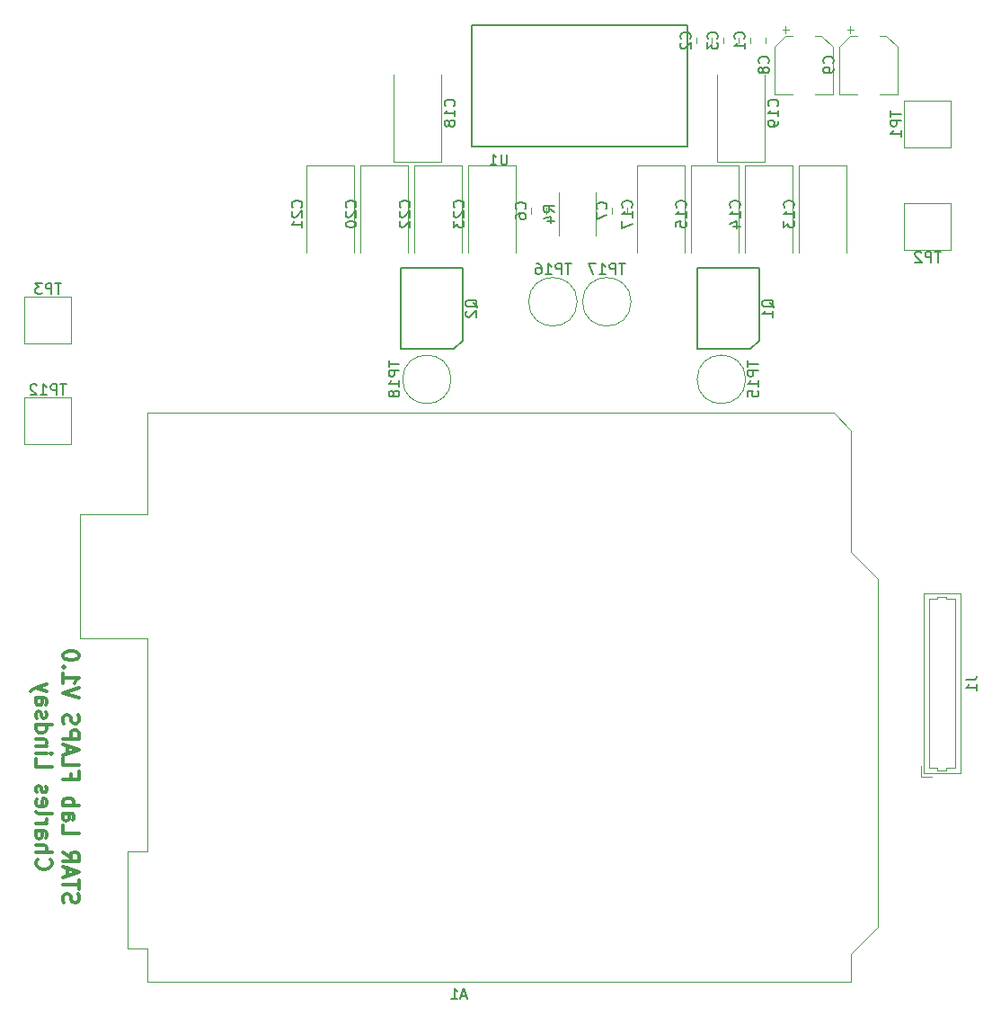
<source format=gbr>
G04 #@! TF.GenerationSoftware,KiCad,Pcbnew,(5.0.1)-3*
G04 #@! TF.CreationDate,2018-11-21T00:41:34-05:00*
G04 #@! TF.ProjectId,SMA_Driver_V1,534D415F4472697665725F56312E6B69,rev?*
G04 #@! TF.SameCoordinates,Original*
G04 #@! TF.FileFunction,Legend,Bot*
G04 #@! TF.FilePolarity,Positive*
%FSLAX46Y46*%
G04 Gerber Fmt 4.6, Leading zero omitted, Abs format (unit mm)*
G04 Created by KiCad (PCBNEW (5.0.1)-3) date 11/21/2018 00:41:34*
%MOMM*%
%LPD*%
G01*
G04 APERTURE LIST*
%ADD10C,0.300000*%
%ADD11C,0.120000*%
%ADD12C,0.150000*%
G04 APERTURE END LIST*
D10*
X7017857Y-83485142D02*
X6946428Y-83270857D01*
X6946428Y-82913714D01*
X7017857Y-82770857D01*
X7089285Y-82699428D01*
X7232142Y-82628000D01*
X7374999Y-82628000D01*
X7517857Y-82699428D01*
X7589285Y-82770857D01*
X7660714Y-82913714D01*
X7732142Y-83199428D01*
X7803571Y-83342285D01*
X7874999Y-83413714D01*
X8017857Y-83485142D01*
X8160714Y-83485142D01*
X8303571Y-83413714D01*
X8374999Y-83342285D01*
X8446428Y-83199428D01*
X8446428Y-82842285D01*
X8374999Y-82628000D01*
X8446428Y-82199428D02*
X8446428Y-81342285D01*
X6946428Y-81770857D02*
X8446428Y-81770857D01*
X7374999Y-80913714D02*
X7374999Y-80199428D01*
X6946428Y-81056571D02*
X8446428Y-80556571D01*
X6946428Y-80056571D01*
X6946428Y-78699428D02*
X7660714Y-79199428D01*
X6946428Y-79556571D02*
X8446428Y-79556571D01*
X8446428Y-78985142D01*
X8374999Y-78842285D01*
X8303571Y-78770857D01*
X8160714Y-78699428D01*
X7946428Y-78699428D01*
X7803571Y-78770857D01*
X7732142Y-78842285D01*
X7660714Y-78985142D01*
X7660714Y-79556571D01*
X6946428Y-76199428D02*
X6946428Y-76913714D01*
X8446428Y-76913714D01*
X6946428Y-75056571D02*
X7732142Y-75056571D01*
X7874999Y-75128000D01*
X7946428Y-75270857D01*
X7946428Y-75556571D01*
X7874999Y-75699428D01*
X7017857Y-75056571D02*
X6946428Y-75199428D01*
X6946428Y-75556571D01*
X7017857Y-75699428D01*
X7160714Y-75770857D01*
X7303571Y-75770857D01*
X7446428Y-75699428D01*
X7517857Y-75556571D01*
X7517857Y-75199428D01*
X7589285Y-75056571D01*
X6946428Y-74342285D02*
X8446428Y-74342285D01*
X7874999Y-74342285D02*
X7946428Y-74199428D01*
X7946428Y-73913714D01*
X7875000Y-73770857D01*
X7803571Y-73699428D01*
X7660714Y-73628000D01*
X7232142Y-73628000D01*
X7089285Y-73699428D01*
X7017857Y-73770857D01*
X6946428Y-73913714D01*
X6946428Y-74199428D01*
X7017857Y-74342285D01*
X7732142Y-71342285D02*
X7732142Y-71842285D01*
X6946428Y-71842285D02*
X8446428Y-71842285D01*
X8446428Y-71128000D01*
X6946428Y-69842285D02*
X6946428Y-70556571D01*
X8446428Y-70556571D01*
X7375000Y-69413714D02*
X7375000Y-68699428D01*
X6946428Y-69556571D02*
X8446428Y-69056571D01*
X6946428Y-68556571D01*
X6946428Y-68056571D02*
X8446428Y-68056571D01*
X8446428Y-67485142D01*
X8375000Y-67342285D01*
X8303571Y-67270857D01*
X8160714Y-67199428D01*
X7946428Y-67199428D01*
X7803571Y-67270857D01*
X7732142Y-67342285D01*
X7660714Y-67485142D01*
X7660714Y-68056571D01*
X7017857Y-66628000D02*
X6946428Y-66413714D01*
X6946428Y-66056571D01*
X7017857Y-65913714D01*
X7089285Y-65842285D01*
X7232142Y-65770857D01*
X7375000Y-65770857D01*
X7517857Y-65842285D01*
X7589285Y-65913714D01*
X7660714Y-66056571D01*
X7732142Y-66342285D01*
X7803571Y-66485142D01*
X7875000Y-66556571D01*
X8017857Y-66628000D01*
X8160714Y-66628000D01*
X8303571Y-66556571D01*
X8375000Y-66485142D01*
X8446428Y-66342285D01*
X8446428Y-65985142D01*
X8375000Y-65770857D01*
X8446428Y-64199428D02*
X6946428Y-63699428D01*
X8446428Y-63199428D01*
X6946428Y-61913714D02*
X6946428Y-62770857D01*
X6946428Y-62342285D02*
X8446428Y-62342285D01*
X8232142Y-62485142D01*
X8089285Y-62628000D01*
X8017857Y-62770857D01*
X7089285Y-61270857D02*
X7017857Y-61199428D01*
X6946428Y-61270857D01*
X7017857Y-61342285D01*
X7089285Y-61270857D01*
X6946428Y-61270857D01*
X8446428Y-60270857D02*
X8446428Y-60128000D01*
X8375000Y-59985142D01*
X8303571Y-59913714D01*
X8160714Y-59842285D01*
X7875000Y-59770857D01*
X7517857Y-59770857D01*
X7232142Y-59842285D01*
X7089285Y-59913714D01*
X7017857Y-59985142D01*
X6946428Y-60128000D01*
X6946428Y-60270857D01*
X7017857Y-60413714D01*
X7089285Y-60485142D01*
X7232142Y-60556571D01*
X7517857Y-60628000D01*
X7875000Y-60628000D01*
X8160714Y-60556571D01*
X8303571Y-60485142D01*
X8375000Y-60413714D01*
X8446428Y-60270857D01*
X4539285Y-79378000D02*
X4467857Y-79449428D01*
X4396428Y-79663714D01*
X4396428Y-79806571D01*
X4467857Y-80020857D01*
X4610714Y-80163714D01*
X4753571Y-80235142D01*
X5039285Y-80306571D01*
X5253571Y-80306571D01*
X5539285Y-80235142D01*
X5682142Y-80163714D01*
X5824999Y-80020857D01*
X5896428Y-79806571D01*
X5896428Y-79663714D01*
X5824999Y-79449428D01*
X5753571Y-79378000D01*
X4396428Y-78735142D02*
X5896428Y-78735142D01*
X4396428Y-78092285D02*
X5182142Y-78092285D01*
X5324999Y-78163714D01*
X5396428Y-78306571D01*
X5396428Y-78520857D01*
X5324999Y-78663714D01*
X5253571Y-78735142D01*
X4396428Y-76735142D02*
X5182142Y-76735142D01*
X5324999Y-76806571D01*
X5396428Y-76949428D01*
X5396428Y-77235142D01*
X5324999Y-77378000D01*
X4467857Y-76735142D02*
X4396428Y-76878000D01*
X4396428Y-77235142D01*
X4467857Y-77378000D01*
X4610714Y-77449428D01*
X4753571Y-77449428D01*
X4896428Y-77378000D01*
X4967857Y-77235142D01*
X4967857Y-76878000D01*
X5039285Y-76735142D01*
X4396428Y-76020857D02*
X5396428Y-76020857D01*
X5110714Y-76020857D02*
X5253571Y-75949428D01*
X5324999Y-75878000D01*
X5396428Y-75735142D01*
X5396428Y-75592285D01*
X4396428Y-74878000D02*
X4467857Y-75020857D01*
X4610714Y-75092285D01*
X5896428Y-75092285D01*
X4467857Y-73735142D02*
X4396428Y-73878000D01*
X4396428Y-74163714D01*
X4467857Y-74306571D01*
X4610714Y-74378000D01*
X5182142Y-74378000D01*
X5324999Y-74306571D01*
X5396428Y-74163714D01*
X5396428Y-73878000D01*
X5325000Y-73735142D01*
X5182142Y-73663714D01*
X5039285Y-73663714D01*
X4896428Y-74378000D01*
X4467857Y-73092285D02*
X4396428Y-72949428D01*
X4396428Y-72663714D01*
X4467857Y-72520857D01*
X4610714Y-72449428D01*
X4682142Y-72449428D01*
X4825000Y-72520857D01*
X4896428Y-72663714D01*
X4896428Y-72878000D01*
X4967857Y-73020857D01*
X5110714Y-73092285D01*
X5182142Y-73092285D01*
X5325000Y-73020857D01*
X5396428Y-72878000D01*
X5396428Y-72663714D01*
X5325000Y-72520857D01*
X4396428Y-69949428D02*
X4396428Y-70663714D01*
X5896428Y-70663714D01*
X4396428Y-69449428D02*
X5396428Y-69449428D01*
X5896428Y-69449428D02*
X5825000Y-69520857D01*
X5753571Y-69449428D01*
X5825000Y-69378000D01*
X5896428Y-69449428D01*
X5753571Y-69449428D01*
X5396428Y-68735142D02*
X4396428Y-68735142D01*
X5253571Y-68735142D02*
X5325000Y-68663714D01*
X5396428Y-68520857D01*
X5396428Y-68306571D01*
X5325000Y-68163714D01*
X5182142Y-68092285D01*
X4396428Y-68092285D01*
X4396428Y-66735142D02*
X5896428Y-66735142D01*
X4467857Y-66735142D02*
X4396428Y-66878000D01*
X4396428Y-67163714D01*
X4467857Y-67306571D01*
X4539285Y-67378000D01*
X4682142Y-67449428D01*
X5110714Y-67449428D01*
X5253571Y-67378000D01*
X5325000Y-67306571D01*
X5396428Y-67163714D01*
X5396428Y-66878000D01*
X5325000Y-66735142D01*
X4467857Y-66092285D02*
X4396428Y-65949428D01*
X4396428Y-65663714D01*
X4467857Y-65520857D01*
X4610714Y-65449428D01*
X4682142Y-65449428D01*
X4825000Y-65520857D01*
X4896428Y-65663714D01*
X4896428Y-65878000D01*
X4967857Y-66020857D01*
X5110714Y-66092285D01*
X5182142Y-66092285D01*
X5325000Y-66020857D01*
X5396428Y-65878000D01*
X5396428Y-65663714D01*
X5325000Y-65520857D01*
X4396428Y-64163714D02*
X5182142Y-64163714D01*
X5325000Y-64235142D01*
X5396428Y-64378000D01*
X5396428Y-64663714D01*
X5325000Y-64806571D01*
X4467857Y-64163714D02*
X4396428Y-64306571D01*
X4396428Y-64663714D01*
X4467857Y-64806571D01*
X4610714Y-64878000D01*
X4753571Y-64878000D01*
X4896428Y-64806571D01*
X4967857Y-64663714D01*
X4967857Y-64306571D01*
X5039285Y-64163714D01*
X5396428Y-63592285D02*
X4396428Y-63235142D01*
X5396428Y-62878000D02*
X4396428Y-63235142D01*
X4039285Y-63378000D01*
X3967857Y-63449428D01*
X3896428Y-63592285D01*
D11*
G04 #@! TO.C,A1*
X83746800Y-52955000D02*
X83746800Y-85725000D01*
X83746800Y-85725000D02*
X81206800Y-88265000D01*
X81206800Y-88265000D02*
X81206800Y-90935000D01*
X81206800Y-90935000D02*
X14906800Y-90935000D01*
X14906800Y-90935000D02*
X14906800Y-87755000D01*
X14906800Y-87755000D02*
X13006800Y-87755000D01*
X13006800Y-87755000D02*
X13006800Y-78615000D01*
X13006800Y-78615000D02*
X14906800Y-78615000D01*
X14906800Y-78615000D02*
X14906800Y-58545000D01*
X14906800Y-58545000D02*
X8556800Y-58545000D01*
X8556800Y-58545000D02*
X8556800Y-46865000D01*
X8556800Y-46865000D02*
X14906800Y-46865000D01*
X14906800Y-46865000D02*
X14906800Y-37335000D01*
X14906800Y-37335000D02*
X79556800Y-37335000D01*
X79556800Y-37335000D02*
X81206800Y-38985000D01*
X81206800Y-38985000D02*
X81206800Y-50415000D01*
X81206800Y-50415000D02*
X83746800Y-52955000D01*
G04 #@! TO.C,TP1*
X86192000Y-7960000D02*
X86192000Y-12360000D01*
X86192000Y-12360000D02*
X90592000Y-12360000D01*
X90592000Y-12360000D02*
X90592000Y-7960000D01*
X90592000Y-7960000D02*
X86192000Y-7960000D01*
D12*
G04 #@! TO.C,Q1*
X66706171Y-31317008D02*
X71706171Y-31317008D01*
X66706171Y-23717008D02*
X66706171Y-31317008D01*
X72506171Y-23717008D02*
X66706171Y-23717008D01*
X72506171Y-30517008D02*
X72506171Y-23717008D01*
X71706171Y-31317008D02*
X72506171Y-30517008D01*
G04 #@! TO.C,U1*
X45476171Y-847008D02*
X45476171Y-12277008D01*
X65796171Y-847008D02*
X45476171Y-847008D01*
X45476171Y-12277008D02*
X65796171Y-12277008D01*
X65796171Y-12277008D02*
X65796171Y-847008D01*
D11*
G04 #@! TO.C,C1*
X71680000Y-2024748D02*
X71680000Y-2547252D01*
X73100000Y-2024748D02*
X73100000Y-2547252D01*
G04 #@! TO.C,C2*
X68020000Y-2015748D02*
X68020000Y-2538252D01*
X66600000Y-2015748D02*
X66600000Y-2538252D01*
G04 #@! TO.C,C3*
X69140000Y-2024748D02*
X69140000Y-2547252D01*
X70560000Y-2024748D02*
X70560000Y-2547252D01*
G04 #@! TO.C,C6*
X51055200Y-18052148D02*
X51055200Y-18574652D01*
X52475200Y-18052148D02*
X52475200Y-18574652D01*
G04 #@! TO.C,C7*
X60095200Y-18052148D02*
X60095200Y-18574652D01*
X58675200Y-18052148D02*
X58675200Y-18574652D01*
G04 #@! TO.C,C8*
X74710500Y-1259500D02*
X75335500Y-1259500D01*
X75023000Y-947000D02*
X75023000Y-1572000D01*
X78403563Y-1812000D02*
X79468000Y-2876437D01*
X75012437Y-1812000D02*
X73948000Y-2876437D01*
X75012437Y-1812000D02*
X75648000Y-1812000D01*
X78403563Y-1812000D02*
X77768000Y-1812000D01*
X79468000Y-2876437D02*
X79468000Y-7332000D01*
X73948000Y-2876437D02*
X73948000Y-7332000D01*
X73948000Y-7332000D02*
X75648000Y-7332000D01*
X79468000Y-7332000D02*
X77768000Y-7332000D01*
G04 #@! TO.C,C9*
X85564000Y-7332000D02*
X83864000Y-7332000D01*
X80044000Y-7332000D02*
X81744000Y-7332000D01*
X80044000Y-2876437D02*
X80044000Y-7332000D01*
X85564000Y-2876437D02*
X85564000Y-7332000D01*
X84499563Y-1812000D02*
X83864000Y-1812000D01*
X81108437Y-1812000D02*
X81744000Y-1812000D01*
X81108437Y-1812000D02*
X80044000Y-2876437D01*
X84499563Y-1812000D02*
X85564000Y-2876437D01*
X81119000Y-947000D02*
X81119000Y-1572000D01*
X80806500Y-1259500D02*
X81431500Y-1259500D01*
G04 #@! TO.C,C13*
X76236171Y-22277008D02*
X76236171Y-14042008D01*
X76236171Y-14042008D02*
X80756171Y-14042008D01*
X80756171Y-14042008D02*
X80756171Y-22277008D01*
G04 #@! TO.C,C14*
X71156171Y-22277008D02*
X71156171Y-14042008D01*
X71156171Y-14042008D02*
X75676171Y-14042008D01*
X75676171Y-14042008D02*
X75676171Y-22277008D01*
G04 #@! TO.C,C15*
X66076171Y-22277008D02*
X66076171Y-14042008D01*
X66076171Y-14042008D02*
X70596171Y-14042008D01*
X70596171Y-14042008D02*
X70596171Y-22277008D01*
G04 #@! TO.C,C17*
X65516171Y-14042008D02*
X65516171Y-22277008D01*
X60996171Y-14042008D02*
X65516171Y-14042008D01*
X60996171Y-22277008D02*
X60996171Y-14042008D01*
G04 #@! TO.C,C18*
X38075200Y-13687008D02*
X38075200Y-5452008D01*
X42595200Y-13687008D02*
X38075200Y-13687008D01*
X42595200Y-5452008D02*
X42595200Y-13687008D01*
G04 #@! TO.C,C19*
X73075200Y-5452008D02*
X73075200Y-13687008D01*
X73075200Y-13687008D02*
X68555200Y-13687008D01*
X68555200Y-13687008D02*
X68555200Y-5452008D01*
G04 #@! TO.C,C20*
X39481171Y-14042008D02*
X39481171Y-22277008D01*
X34961171Y-14042008D02*
X39481171Y-14042008D01*
X34961171Y-22277008D02*
X34961171Y-14042008D01*
G04 #@! TO.C,C21*
X29881171Y-22277008D02*
X29881171Y-14042008D01*
X29881171Y-14042008D02*
X34401171Y-14042008D01*
X34401171Y-14042008D02*
X34401171Y-22277008D01*
G04 #@! TO.C,C22*
X40041171Y-22277008D02*
X40041171Y-14042008D01*
X40041171Y-14042008D02*
X44561171Y-14042008D01*
X44561171Y-14042008D02*
X44561171Y-22277008D01*
G04 #@! TO.C,C23*
X49641171Y-14042008D02*
X49641171Y-22277008D01*
X45121171Y-14042008D02*
X49641171Y-14042008D01*
X45121171Y-22277008D02*
X45121171Y-14042008D01*
G04 #@! TO.C,J1*
X91491800Y-71313000D02*
X88071800Y-71313000D01*
X88071800Y-71313000D02*
X88071800Y-54343000D01*
X88071800Y-54343000D02*
X91491800Y-54343000D01*
X91491800Y-54343000D02*
X91491800Y-71313000D01*
X88581800Y-62828000D02*
X88581800Y-70803000D01*
X88581800Y-70803000D02*
X89331800Y-70803000D01*
X89331800Y-70803000D02*
X89331800Y-71003000D01*
X89331800Y-71003000D02*
X90131800Y-71003000D01*
X90131800Y-71003000D02*
X90131800Y-70803000D01*
X90131800Y-70803000D02*
X90981800Y-70803000D01*
X90981800Y-70803000D02*
X90981800Y-62828000D01*
X88581800Y-62828000D02*
X88581800Y-54853000D01*
X88581800Y-54853000D02*
X89331800Y-54853000D01*
X89331800Y-54853000D02*
X89331800Y-54653000D01*
X89331800Y-54653000D02*
X90131800Y-54653000D01*
X90131800Y-54653000D02*
X90131800Y-54853000D01*
X90131800Y-54853000D02*
X90981800Y-54853000D01*
X90981800Y-54853000D02*
X90981800Y-62828000D01*
X87781800Y-71603000D02*
X88781800Y-71603000D01*
X87781800Y-71603000D02*
X87781800Y-70603000D01*
D12*
G04 #@! TO.C,Q2*
X43766171Y-31317008D02*
X44566171Y-30517008D01*
X44566171Y-30517008D02*
X44566171Y-23717008D01*
X44566171Y-23717008D02*
X38766171Y-23717008D01*
X38766171Y-23717008D02*
X38766171Y-31317008D01*
X38766171Y-31317008D02*
X43766171Y-31317008D01*
D11*
G04 #@! TO.C,R4*
X53693991Y-16574944D02*
X53693991Y-20679072D01*
X57113991Y-16574944D02*
X57113991Y-20679072D01*
G04 #@! TO.C,TP2*
X86192000Y-17612000D02*
X86192000Y-22012000D01*
X90592000Y-17612000D02*
X86192000Y-17612000D01*
X90592000Y-22012000D02*
X90592000Y-17612000D01*
X86192000Y-22012000D02*
X90592000Y-22012000D01*
G04 #@! TO.C,TP3*
X7711800Y-26375000D02*
X3311800Y-26375000D01*
X3311800Y-26375000D02*
X3311800Y-30775000D01*
X3311800Y-30775000D02*
X7711800Y-30775000D01*
X7711800Y-30775000D02*
X7711800Y-26375000D01*
G04 #@! TO.C,TP12*
X7711800Y-40300000D02*
X7711800Y-35900000D01*
X3311800Y-40300000D02*
X7711800Y-40300000D01*
X3311800Y-35900000D02*
X3311800Y-40300000D01*
X7711800Y-35900000D02*
X3311800Y-35900000D01*
G04 #@! TO.C,TP15*
X71257171Y-34188400D02*
G75*
G03X71257171Y-34188400I-2286000J0D01*
G01*
G04 #@! TO.C,TP16*
X55382171Y-26882008D02*
G75*
G03X55382171Y-26882008I-2286000J0D01*
G01*
G04 #@! TO.C,TP17*
X60462171Y-26882008D02*
G75*
G03X60462171Y-26882008I-2286000J0D01*
G01*
G04 #@! TO.C,TP18*
X43510200Y-34188400D02*
G75*
G03X43510200Y-34188400I-2286000J0D01*
G01*
G04 #@! TO.C,A1*
D12*
X44961085Y-92241666D02*
X44484895Y-92241666D01*
X45056323Y-92527380D02*
X44722990Y-91527380D01*
X44389657Y-92527380D01*
X43532514Y-92527380D02*
X44103942Y-92527380D01*
X43818228Y-92527380D02*
X43818228Y-91527380D01*
X43913466Y-91670238D01*
X44008704Y-91765476D01*
X44103942Y-91813095D01*
G04 #@! TO.C,TP1*
X84946380Y-8898095D02*
X84946380Y-9469523D01*
X85946380Y-9183809D02*
X84946380Y-9183809D01*
X85946380Y-9802857D02*
X84946380Y-9802857D01*
X84946380Y-10183809D01*
X84994000Y-10279047D01*
X85041619Y-10326666D01*
X85136857Y-10374285D01*
X85279714Y-10374285D01*
X85374952Y-10326666D01*
X85422571Y-10279047D01*
X85470190Y-10183809D01*
X85470190Y-9802857D01*
X85946380Y-11326666D02*
X85946380Y-10755238D01*
X85946380Y-11040952D02*
X84946380Y-11040952D01*
X85089238Y-10945714D01*
X85184476Y-10850476D01*
X85232095Y-10755238D01*
G04 #@! TO.C,Q1*
X73933790Y-27421769D02*
X73886171Y-27326531D01*
X73790932Y-27231293D01*
X73648075Y-27088436D01*
X73600456Y-26993198D01*
X73600456Y-26897960D01*
X73838551Y-26945579D02*
X73790932Y-26850341D01*
X73695694Y-26755103D01*
X73505218Y-26707484D01*
X73171885Y-26707484D01*
X72981409Y-26755103D01*
X72886171Y-26850341D01*
X72838551Y-26945579D01*
X72838551Y-27136055D01*
X72886171Y-27231293D01*
X72981409Y-27326531D01*
X73171885Y-27374150D01*
X73505218Y-27374150D01*
X73695694Y-27326531D01*
X73790932Y-27231293D01*
X73838551Y-27136055D01*
X73838551Y-26945579D01*
X73838551Y-28326531D02*
X73838551Y-27755103D01*
X73838551Y-28040817D02*
X72838551Y-28040817D01*
X72981409Y-27945579D01*
X73076647Y-27850341D01*
X73124266Y-27755103D01*
G04 #@! TO.C,U1*
X48778075Y-12999388D02*
X48778075Y-13808912D01*
X48730456Y-13904150D01*
X48682837Y-13951769D01*
X48587599Y-13999388D01*
X48397123Y-13999388D01*
X48301885Y-13951769D01*
X48254266Y-13904150D01*
X48206647Y-13808912D01*
X48206647Y-12999388D01*
X47206647Y-13999388D02*
X47778075Y-13999388D01*
X47492361Y-13999388D02*
X47492361Y-12999388D01*
X47587599Y-13142246D01*
X47682837Y-13237484D01*
X47778075Y-13285103D01*
G04 #@! TO.C,C1*
X71097142Y-2119333D02*
X71144761Y-2071714D01*
X71192380Y-1928857D01*
X71192380Y-1833619D01*
X71144761Y-1690761D01*
X71049523Y-1595523D01*
X70954285Y-1547904D01*
X70763809Y-1500285D01*
X70620952Y-1500285D01*
X70430476Y-1547904D01*
X70335238Y-1595523D01*
X70240000Y-1690761D01*
X70192380Y-1833619D01*
X70192380Y-1928857D01*
X70240000Y-2071714D01*
X70287619Y-2119333D01*
X71192380Y-3071714D02*
X71192380Y-2500285D01*
X71192380Y-2786000D02*
X70192380Y-2786000D01*
X70335238Y-2690761D01*
X70430476Y-2595523D01*
X70478095Y-2500285D01*
G04 #@! TO.C,C2*
X66017142Y-2110333D02*
X66064761Y-2062714D01*
X66112380Y-1919857D01*
X66112380Y-1824619D01*
X66064761Y-1681761D01*
X65969523Y-1586523D01*
X65874285Y-1538904D01*
X65683809Y-1491285D01*
X65540952Y-1491285D01*
X65350476Y-1538904D01*
X65255238Y-1586523D01*
X65160000Y-1681761D01*
X65112380Y-1824619D01*
X65112380Y-1919857D01*
X65160000Y-2062714D01*
X65207619Y-2110333D01*
X65207619Y-2491285D02*
X65160000Y-2538904D01*
X65112380Y-2634142D01*
X65112380Y-2872238D01*
X65160000Y-2967476D01*
X65207619Y-3015095D01*
X65302857Y-3062714D01*
X65398095Y-3062714D01*
X65540952Y-3015095D01*
X66112380Y-2443666D01*
X66112380Y-3062714D01*
G04 #@! TO.C,C3*
X68557142Y-2119333D02*
X68604761Y-2071714D01*
X68652380Y-1928857D01*
X68652380Y-1833619D01*
X68604761Y-1690761D01*
X68509523Y-1595523D01*
X68414285Y-1547904D01*
X68223809Y-1500285D01*
X68080952Y-1500285D01*
X67890476Y-1547904D01*
X67795238Y-1595523D01*
X67700000Y-1690761D01*
X67652380Y-1833619D01*
X67652380Y-1928857D01*
X67700000Y-2071714D01*
X67747619Y-2119333D01*
X67652380Y-2452666D02*
X67652380Y-3071714D01*
X68033333Y-2738380D01*
X68033333Y-2881238D01*
X68080952Y-2976476D01*
X68128571Y-3024095D01*
X68223809Y-3071714D01*
X68461904Y-3071714D01*
X68557142Y-3024095D01*
X68604761Y-2976476D01*
X68652380Y-2881238D01*
X68652380Y-2595523D01*
X68604761Y-2500285D01*
X68557142Y-2452666D01*
G04 #@! TO.C,C6*
X50472342Y-18146733D02*
X50519961Y-18099114D01*
X50567580Y-17956257D01*
X50567580Y-17861019D01*
X50519961Y-17718161D01*
X50424723Y-17622923D01*
X50329485Y-17575304D01*
X50139009Y-17527685D01*
X49996152Y-17527685D01*
X49805676Y-17575304D01*
X49710438Y-17622923D01*
X49615200Y-17718161D01*
X49567580Y-17861019D01*
X49567580Y-17956257D01*
X49615200Y-18099114D01*
X49662819Y-18146733D01*
X49567580Y-19003876D02*
X49567580Y-18813400D01*
X49615200Y-18718161D01*
X49662819Y-18670542D01*
X49805676Y-18575304D01*
X49996152Y-18527685D01*
X50377104Y-18527685D01*
X50472342Y-18575304D01*
X50519961Y-18622923D01*
X50567580Y-18718161D01*
X50567580Y-18908638D01*
X50519961Y-19003876D01*
X50472342Y-19051495D01*
X50377104Y-19099114D01*
X50139009Y-19099114D01*
X50043771Y-19051495D01*
X49996152Y-19003876D01*
X49948533Y-18908638D01*
X49948533Y-18718161D01*
X49996152Y-18622923D01*
X50043771Y-18575304D01*
X50139009Y-18527685D01*
G04 #@! TO.C,C7*
X58092342Y-18146733D02*
X58139961Y-18099114D01*
X58187580Y-17956257D01*
X58187580Y-17861019D01*
X58139961Y-17718161D01*
X58044723Y-17622923D01*
X57949485Y-17575304D01*
X57759009Y-17527685D01*
X57616152Y-17527685D01*
X57425676Y-17575304D01*
X57330438Y-17622923D01*
X57235200Y-17718161D01*
X57187580Y-17861019D01*
X57187580Y-17956257D01*
X57235200Y-18099114D01*
X57282819Y-18146733D01*
X57187580Y-18480066D02*
X57187580Y-19146733D01*
X58187580Y-18718161D01*
G04 #@! TO.C,C8*
X73365142Y-4405333D02*
X73412761Y-4357714D01*
X73460380Y-4214857D01*
X73460380Y-4119619D01*
X73412761Y-3976761D01*
X73317523Y-3881523D01*
X73222285Y-3833904D01*
X73031809Y-3786285D01*
X72888952Y-3786285D01*
X72698476Y-3833904D01*
X72603238Y-3881523D01*
X72508000Y-3976761D01*
X72460380Y-4119619D01*
X72460380Y-4214857D01*
X72508000Y-4357714D01*
X72555619Y-4405333D01*
X72888952Y-4976761D02*
X72841333Y-4881523D01*
X72793714Y-4833904D01*
X72698476Y-4786285D01*
X72650857Y-4786285D01*
X72555619Y-4833904D01*
X72508000Y-4881523D01*
X72460380Y-4976761D01*
X72460380Y-5167238D01*
X72508000Y-5262476D01*
X72555619Y-5310095D01*
X72650857Y-5357714D01*
X72698476Y-5357714D01*
X72793714Y-5310095D01*
X72841333Y-5262476D01*
X72888952Y-5167238D01*
X72888952Y-4976761D01*
X72936571Y-4881523D01*
X72984190Y-4833904D01*
X73079428Y-4786285D01*
X73269904Y-4786285D01*
X73365142Y-4833904D01*
X73412761Y-4881523D01*
X73460380Y-4976761D01*
X73460380Y-5167238D01*
X73412761Y-5262476D01*
X73365142Y-5310095D01*
X73269904Y-5357714D01*
X73079428Y-5357714D01*
X72984190Y-5310095D01*
X72936571Y-5262476D01*
X72888952Y-5167238D01*
G04 #@! TO.C,C9*
X79461142Y-4405333D02*
X79508761Y-4357714D01*
X79556380Y-4214857D01*
X79556380Y-4119619D01*
X79508761Y-3976761D01*
X79413523Y-3881523D01*
X79318285Y-3833904D01*
X79127809Y-3786285D01*
X78984952Y-3786285D01*
X78794476Y-3833904D01*
X78699238Y-3881523D01*
X78604000Y-3976761D01*
X78556380Y-4119619D01*
X78556380Y-4214857D01*
X78604000Y-4357714D01*
X78651619Y-4405333D01*
X79556380Y-4881523D02*
X79556380Y-5072000D01*
X79508761Y-5167238D01*
X79461142Y-5214857D01*
X79318285Y-5310095D01*
X79127809Y-5357714D01*
X78746857Y-5357714D01*
X78651619Y-5310095D01*
X78604000Y-5262476D01*
X78556380Y-5167238D01*
X78556380Y-4976761D01*
X78604000Y-4881523D01*
X78651619Y-4833904D01*
X78746857Y-4786285D01*
X78984952Y-4786285D01*
X79080190Y-4833904D01*
X79127809Y-4881523D01*
X79175428Y-4976761D01*
X79175428Y-5167238D01*
X79127809Y-5262476D01*
X79080190Y-5310095D01*
X78984952Y-5357714D01*
G04 #@! TO.C,C13*
X75753313Y-17984150D02*
X75800932Y-17936531D01*
X75848551Y-17793674D01*
X75848551Y-17698436D01*
X75800932Y-17555579D01*
X75705694Y-17460341D01*
X75610456Y-17412722D01*
X75419980Y-17365103D01*
X75277123Y-17365103D01*
X75086647Y-17412722D01*
X74991409Y-17460341D01*
X74896171Y-17555579D01*
X74848551Y-17698436D01*
X74848551Y-17793674D01*
X74896171Y-17936531D01*
X74943790Y-17984150D01*
X75848551Y-18936531D02*
X75848551Y-18365103D01*
X75848551Y-18650817D02*
X74848551Y-18650817D01*
X74991409Y-18555579D01*
X75086647Y-18460341D01*
X75134266Y-18365103D01*
X74848551Y-19269865D02*
X74848551Y-19888912D01*
X75229504Y-19555579D01*
X75229504Y-19698436D01*
X75277123Y-19793674D01*
X75324742Y-19841293D01*
X75419980Y-19888912D01*
X75658075Y-19888912D01*
X75753313Y-19841293D01*
X75800932Y-19793674D01*
X75848551Y-19698436D01*
X75848551Y-19412722D01*
X75800932Y-19317484D01*
X75753313Y-19269865D01*
G04 #@! TO.C,C14*
X70673313Y-17984150D02*
X70720932Y-17936531D01*
X70768551Y-17793674D01*
X70768551Y-17698436D01*
X70720932Y-17555579D01*
X70625694Y-17460341D01*
X70530456Y-17412722D01*
X70339980Y-17365103D01*
X70197123Y-17365103D01*
X70006647Y-17412722D01*
X69911409Y-17460341D01*
X69816171Y-17555579D01*
X69768551Y-17698436D01*
X69768551Y-17793674D01*
X69816171Y-17936531D01*
X69863790Y-17984150D01*
X70768551Y-18936531D02*
X70768551Y-18365103D01*
X70768551Y-18650817D02*
X69768551Y-18650817D01*
X69911409Y-18555579D01*
X70006647Y-18460341D01*
X70054266Y-18365103D01*
X70101885Y-19793674D02*
X70768551Y-19793674D01*
X69720932Y-19555579D02*
X70435218Y-19317484D01*
X70435218Y-19936531D01*
G04 #@! TO.C,C15*
X65593313Y-17984150D02*
X65640932Y-17936531D01*
X65688551Y-17793674D01*
X65688551Y-17698436D01*
X65640932Y-17555579D01*
X65545694Y-17460341D01*
X65450456Y-17412722D01*
X65259980Y-17365103D01*
X65117123Y-17365103D01*
X64926647Y-17412722D01*
X64831409Y-17460341D01*
X64736171Y-17555579D01*
X64688551Y-17698436D01*
X64688551Y-17793674D01*
X64736171Y-17936531D01*
X64783790Y-17984150D01*
X65688551Y-18936531D02*
X65688551Y-18365103D01*
X65688551Y-18650817D02*
X64688551Y-18650817D01*
X64831409Y-18555579D01*
X64926647Y-18460341D01*
X64974266Y-18365103D01*
X64688551Y-19841293D02*
X64688551Y-19365103D01*
X65164742Y-19317484D01*
X65117123Y-19365103D01*
X65069504Y-19460341D01*
X65069504Y-19698436D01*
X65117123Y-19793674D01*
X65164742Y-19841293D01*
X65259980Y-19888912D01*
X65498075Y-19888912D01*
X65593313Y-19841293D01*
X65640932Y-19793674D01*
X65688551Y-19698436D01*
X65688551Y-19460341D01*
X65640932Y-19365103D01*
X65593313Y-19317484D01*
G04 #@! TO.C,C17*
X60513313Y-17984150D02*
X60560932Y-17936531D01*
X60608551Y-17793674D01*
X60608551Y-17698436D01*
X60560932Y-17555579D01*
X60465694Y-17460341D01*
X60370456Y-17412722D01*
X60179980Y-17365103D01*
X60037123Y-17365103D01*
X59846647Y-17412722D01*
X59751409Y-17460341D01*
X59656171Y-17555579D01*
X59608551Y-17698436D01*
X59608551Y-17793674D01*
X59656171Y-17936531D01*
X59703790Y-17984150D01*
X60608551Y-18936531D02*
X60608551Y-18365103D01*
X60608551Y-18650817D02*
X59608551Y-18650817D01*
X59751409Y-18555579D01*
X59846647Y-18460341D01*
X59894266Y-18365103D01*
X59608551Y-19269865D02*
X59608551Y-19936531D01*
X60608551Y-19507960D01*
G04 #@! TO.C,C18*
X43792342Y-8459150D02*
X43839961Y-8411531D01*
X43887580Y-8268674D01*
X43887580Y-8173436D01*
X43839961Y-8030579D01*
X43744723Y-7935341D01*
X43649485Y-7887722D01*
X43459009Y-7840103D01*
X43316152Y-7840103D01*
X43125676Y-7887722D01*
X43030438Y-7935341D01*
X42935200Y-8030579D01*
X42887580Y-8173436D01*
X42887580Y-8268674D01*
X42935200Y-8411531D01*
X42982819Y-8459150D01*
X43887580Y-9411531D02*
X43887580Y-8840103D01*
X43887580Y-9125817D02*
X42887580Y-9125817D01*
X43030438Y-9030579D01*
X43125676Y-8935341D01*
X43173295Y-8840103D01*
X43316152Y-9982960D02*
X43268533Y-9887722D01*
X43220914Y-9840103D01*
X43125676Y-9792484D01*
X43078057Y-9792484D01*
X42982819Y-9840103D01*
X42935200Y-9887722D01*
X42887580Y-9982960D01*
X42887580Y-10173436D01*
X42935200Y-10268674D01*
X42982819Y-10316293D01*
X43078057Y-10363912D01*
X43125676Y-10363912D01*
X43220914Y-10316293D01*
X43268533Y-10268674D01*
X43316152Y-10173436D01*
X43316152Y-9982960D01*
X43363771Y-9887722D01*
X43411390Y-9840103D01*
X43506628Y-9792484D01*
X43697104Y-9792484D01*
X43792342Y-9840103D01*
X43839961Y-9887722D01*
X43887580Y-9982960D01*
X43887580Y-10173436D01*
X43839961Y-10268674D01*
X43792342Y-10316293D01*
X43697104Y-10363912D01*
X43506628Y-10363912D01*
X43411390Y-10316293D01*
X43363771Y-10268674D01*
X43316152Y-10173436D01*
G04 #@! TO.C,C19*
X74272342Y-8459150D02*
X74319961Y-8411531D01*
X74367580Y-8268674D01*
X74367580Y-8173436D01*
X74319961Y-8030579D01*
X74224723Y-7935341D01*
X74129485Y-7887722D01*
X73939009Y-7840103D01*
X73796152Y-7840103D01*
X73605676Y-7887722D01*
X73510438Y-7935341D01*
X73415200Y-8030579D01*
X73367580Y-8173436D01*
X73367580Y-8268674D01*
X73415200Y-8411531D01*
X73462819Y-8459150D01*
X74367580Y-9411531D02*
X74367580Y-8840103D01*
X74367580Y-9125817D02*
X73367580Y-9125817D01*
X73510438Y-9030579D01*
X73605676Y-8935341D01*
X73653295Y-8840103D01*
X74367580Y-9887722D02*
X74367580Y-10078198D01*
X74319961Y-10173436D01*
X74272342Y-10221055D01*
X74129485Y-10316293D01*
X73939009Y-10363912D01*
X73558057Y-10363912D01*
X73462819Y-10316293D01*
X73415200Y-10268674D01*
X73367580Y-10173436D01*
X73367580Y-9982960D01*
X73415200Y-9887722D01*
X73462819Y-9840103D01*
X73558057Y-9792484D01*
X73796152Y-9792484D01*
X73891390Y-9840103D01*
X73939009Y-9887722D01*
X73986628Y-9982960D01*
X73986628Y-10173436D01*
X73939009Y-10268674D01*
X73891390Y-10316293D01*
X73796152Y-10363912D01*
G04 #@! TO.C,C20*
X34478313Y-17984150D02*
X34525932Y-17936531D01*
X34573551Y-17793674D01*
X34573551Y-17698436D01*
X34525932Y-17555579D01*
X34430694Y-17460341D01*
X34335456Y-17412722D01*
X34144980Y-17365103D01*
X34002123Y-17365103D01*
X33811647Y-17412722D01*
X33716409Y-17460341D01*
X33621171Y-17555579D01*
X33573551Y-17698436D01*
X33573551Y-17793674D01*
X33621171Y-17936531D01*
X33668790Y-17984150D01*
X33668790Y-18365103D02*
X33621171Y-18412722D01*
X33573551Y-18507960D01*
X33573551Y-18746055D01*
X33621171Y-18841293D01*
X33668790Y-18888912D01*
X33764028Y-18936531D01*
X33859266Y-18936531D01*
X34002123Y-18888912D01*
X34573551Y-18317484D01*
X34573551Y-18936531D01*
X33573551Y-19555579D02*
X33573551Y-19650817D01*
X33621171Y-19746055D01*
X33668790Y-19793674D01*
X33764028Y-19841293D01*
X33954504Y-19888912D01*
X34192599Y-19888912D01*
X34383075Y-19841293D01*
X34478313Y-19793674D01*
X34525932Y-19746055D01*
X34573551Y-19650817D01*
X34573551Y-19555579D01*
X34525932Y-19460341D01*
X34478313Y-19412722D01*
X34383075Y-19365103D01*
X34192599Y-19317484D01*
X33954504Y-19317484D01*
X33764028Y-19365103D01*
X33668790Y-19412722D01*
X33621171Y-19460341D01*
X33573551Y-19555579D01*
G04 #@! TO.C,C21*
X29398313Y-17984150D02*
X29445932Y-17936531D01*
X29493551Y-17793674D01*
X29493551Y-17698436D01*
X29445932Y-17555579D01*
X29350694Y-17460341D01*
X29255456Y-17412722D01*
X29064980Y-17365103D01*
X28922123Y-17365103D01*
X28731647Y-17412722D01*
X28636409Y-17460341D01*
X28541171Y-17555579D01*
X28493551Y-17698436D01*
X28493551Y-17793674D01*
X28541171Y-17936531D01*
X28588790Y-17984150D01*
X28588790Y-18365103D02*
X28541171Y-18412722D01*
X28493551Y-18507960D01*
X28493551Y-18746055D01*
X28541171Y-18841293D01*
X28588790Y-18888912D01*
X28684028Y-18936531D01*
X28779266Y-18936531D01*
X28922123Y-18888912D01*
X29493551Y-18317484D01*
X29493551Y-18936531D01*
X29493551Y-19888912D02*
X29493551Y-19317484D01*
X29493551Y-19603198D02*
X28493551Y-19603198D01*
X28636409Y-19507960D01*
X28731647Y-19412722D01*
X28779266Y-19317484D01*
G04 #@! TO.C,C22*
X39558313Y-17984150D02*
X39605932Y-17936531D01*
X39653551Y-17793674D01*
X39653551Y-17698436D01*
X39605932Y-17555579D01*
X39510694Y-17460341D01*
X39415456Y-17412722D01*
X39224980Y-17365103D01*
X39082123Y-17365103D01*
X38891647Y-17412722D01*
X38796409Y-17460341D01*
X38701171Y-17555579D01*
X38653551Y-17698436D01*
X38653551Y-17793674D01*
X38701171Y-17936531D01*
X38748790Y-17984150D01*
X38748790Y-18365103D02*
X38701171Y-18412722D01*
X38653551Y-18507960D01*
X38653551Y-18746055D01*
X38701171Y-18841293D01*
X38748790Y-18888912D01*
X38844028Y-18936531D01*
X38939266Y-18936531D01*
X39082123Y-18888912D01*
X39653551Y-18317484D01*
X39653551Y-18936531D01*
X38748790Y-19317484D02*
X38701171Y-19365103D01*
X38653551Y-19460341D01*
X38653551Y-19698436D01*
X38701171Y-19793674D01*
X38748790Y-19841293D01*
X38844028Y-19888912D01*
X38939266Y-19888912D01*
X39082123Y-19841293D01*
X39653551Y-19269865D01*
X39653551Y-19888912D01*
G04 #@! TO.C,C23*
X44638313Y-17984150D02*
X44685932Y-17936531D01*
X44733551Y-17793674D01*
X44733551Y-17698436D01*
X44685932Y-17555579D01*
X44590694Y-17460341D01*
X44495456Y-17412722D01*
X44304980Y-17365103D01*
X44162123Y-17365103D01*
X43971647Y-17412722D01*
X43876409Y-17460341D01*
X43781171Y-17555579D01*
X43733551Y-17698436D01*
X43733551Y-17793674D01*
X43781171Y-17936531D01*
X43828790Y-17984150D01*
X43828790Y-18365103D02*
X43781171Y-18412722D01*
X43733551Y-18507960D01*
X43733551Y-18746055D01*
X43781171Y-18841293D01*
X43828790Y-18888912D01*
X43924028Y-18936531D01*
X44019266Y-18936531D01*
X44162123Y-18888912D01*
X44733551Y-18317484D01*
X44733551Y-18936531D01*
X43733551Y-19269865D02*
X43733551Y-19888912D01*
X44114504Y-19555579D01*
X44114504Y-19698436D01*
X44162123Y-19793674D01*
X44209742Y-19841293D01*
X44304980Y-19888912D01*
X44543075Y-19888912D01*
X44638313Y-19841293D01*
X44685932Y-19793674D01*
X44733551Y-19698436D01*
X44733551Y-19412722D01*
X44685932Y-19317484D01*
X44638313Y-19269865D01*
G04 #@! TO.C,J1*
X92034180Y-62489666D02*
X92748466Y-62489666D01*
X92891323Y-62442047D01*
X92986561Y-62346809D01*
X93034180Y-62203952D01*
X93034180Y-62108714D01*
X93034180Y-63489666D02*
X93034180Y-62918238D01*
X93034180Y-63203952D02*
X92034180Y-63203952D01*
X92177038Y-63108714D01*
X92272276Y-63013476D01*
X92319895Y-62918238D01*
G04 #@! TO.C,Q2*
X45993790Y-27421769D02*
X45946171Y-27326531D01*
X45850932Y-27231293D01*
X45708075Y-27088436D01*
X45660456Y-26993198D01*
X45660456Y-26897960D01*
X45898551Y-26945579D02*
X45850932Y-26850341D01*
X45755694Y-26755103D01*
X45565218Y-26707484D01*
X45231885Y-26707484D01*
X45041409Y-26755103D01*
X44946171Y-26850341D01*
X44898551Y-26945579D01*
X44898551Y-27136055D01*
X44946171Y-27231293D01*
X45041409Y-27326531D01*
X45231885Y-27374150D01*
X45565218Y-27374150D01*
X45755694Y-27326531D01*
X45850932Y-27231293D01*
X45898551Y-27136055D01*
X45898551Y-26945579D01*
X44993790Y-27755103D02*
X44946171Y-27802722D01*
X44898551Y-27897960D01*
X44898551Y-28136055D01*
X44946171Y-28231293D01*
X44993790Y-28278912D01*
X45089028Y-28326531D01*
X45184266Y-28326531D01*
X45327123Y-28278912D01*
X45898551Y-27707484D01*
X45898551Y-28326531D01*
G04 #@! TO.C,R4*
X53236371Y-18460341D02*
X52760181Y-18127008D01*
X53236371Y-17888912D02*
X52236371Y-17888912D01*
X52236371Y-18269865D01*
X52283991Y-18365103D01*
X52331610Y-18412722D01*
X52426848Y-18460341D01*
X52569705Y-18460341D01*
X52664943Y-18412722D01*
X52712562Y-18365103D01*
X52760181Y-18269865D01*
X52760181Y-17888912D01*
X52569705Y-19317484D02*
X53236371Y-19317484D01*
X52188752Y-19079388D02*
X52903038Y-18841293D01*
X52903038Y-19460341D01*
G04 #@! TO.C,TP2*
X89653904Y-22162380D02*
X89082476Y-22162380D01*
X89368190Y-23162380D02*
X89368190Y-22162380D01*
X88749142Y-23162380D02*
X88749142Y-22162380D01*
X88368190Y-22162380D01*
X88272952Y-22210000D01*
X88225333Y-22257619D01*
X88177714Y-22352857D01*
X88177714Y-22495714D01*
X88225333Y-22590952D01*
X88272952Y-22638571D01*
X88368190Y-22686190D01*
X88749142Y-22686190D01*
X87796761Y-22257619D02*
X87749142Y-22210000D01*
X87653904Y-22162380D01*
X87415809Y-22162380D01*
X87320571Y-22210000D01*
X87272952Y-22257619D01*
X87225333Y-22352857D01*
X87225333Y-22448095D01*
X87272952Y-22590952D01*
X87844380Y-23162380D01*
X87225333Y-23162380D01*
G04 #@! TO.C,TP3*
X6773704Y-25129380D02*
X6202276Y-25129380D01*
X6487990Y-26129380D02*
X6487990Y-25129380D01*
X5868942Y-26129380D02*
X5868942Y-25129380D01*
X5487990Y-25129380D01*
X5392752Y-25177000D01*
X5345133Y-25224619D01*
X5297514Y-25319857D01*
X5297514Y-25462714D01*
X5345133Y-25557952D01*
X5392752Y-25605571D01*
X5487990Y-25653190D01*
X5868942Y-25653190D01*
X4964180Y-25129380D02*
X4345133Y-25129380D01*
X4678466Y-25510333D01*
X4535609Y-25510333D01*
X4440371Y-25557952D01*
X4392752Y-25605571D01*
X4345133Y-25700809D01*
X4345133Y-25938904D01*
X4392752Y-26034142D01*
X4440371Y-26081761D01*
X4535609Y-26129380D01*
X4821323Y-26129380D01*
X4916561Y-26081761D01*
X4964180Y-26034142D01*
G04 #@! TO.C,TP12*
X7249895Y-34654380D02*
X6678466Y-34654380D01*
X6964180Y-35654380D02*
X6964180Y-34654380D01*
X6345133Y-35654380D02*
X6345133Y-34654380D01*
X5964180Y-34654380D01*
X5868942Y-34702000D01*
X5821323Y-34749619D01*
X5773704Y-34844857D01*
X5773704Y-34987714D01*
X5821323Y-35082952D01*
X5868942Y-35130571D01*
X5964180Y-35178190D01*
X6345133Y-35178190D01*
X4821323Y-35654380D02*
X5392752Y-35654380D01*
X5107038Y-35654380D02*
X5107038Y-34654380D01*
X5202276Y-34797238D01*
X5297514Y-34892476D01*
X5392752Y-34940095D01*
X4440371Y-34749619D02*
X4392752Y-34702000D01*
X4297514Y-34654380D01*
X4059419Y-34654380D01*
X3964180Y-34702000D01*
X3916561Y-34749619D01*
X3868942Y-34844857D01*
X3868942Y-34940095D01*
X3916561Y-35082952D01*
X4487990Y-35654380D01*
X3868942Y-35654380D01*
G04 #@! TO.C,TP15*
X71471551Y-32450304D02*
X71471551Y-33021733D01*
X72471551Y-32736019D02*
X71471551Y-32736019D01*
X72471551Y-33355066D02*
X71471551Y-33355066D01*
X71471551Y-33736019D01*
X71519171Y-33831257D01*
X71566790Y-33878876D01*
X71662028Y-33926495D01*
X71804885Y-33926495D01*
X71900123Y-33878876D01*
X71947742Y-33831257D01*
X71995361Y-33736019D01*
X71995361Y-33355066D01*
X72471551Y-34878876D02*
X72471551Y-34307447D01*
X72471551Y-34593161D02*
X71471551Y-34593161D01*
X71614409Y-34497923D01*
X71709647Y-34402685D01*
X71757266Y-34307447D01*
X71471551Y-35783638D02*
X71471551Y-35307447D01*
X71947742Y-35259828D01*
X71900123Y-35307447D01*
X71852504Y-35402685D01*
X71852504Y-35640780D01*
X71900123Y-35736019D01*
X71947742Y-35783638D01*
X72042980Y-35831257D01*
X72281075Y-35831257D01*
X72376313Y-35783638D01*
X72423932Y-35736019D01*
X72471551Y-35640780D01*
X72471551Y-35402685D01*
X72423932Y-35307447D01*
X72376313Y-35259828D01*
G04 #@! TO.C,TP16*
X54834266Y-23286388D02*
X54262837Y-23286388D01*
X54548551Y-24286388D02*
X54548551Y-23286388D01*
X53929504Y-24286388D02*
X53929504Y-23286388D01*
X53548551Y-23286388D01*
X53453313Y-23334008D01*
X53405694Y-23381627D01*
X53358075Y-23476865D01*
X53358075Y-23619722D01*
X53405694Y-23714960D01*
X53453313Y-23762579D01*
X53548551Y-23810198D01*
X53929504Y-23810198D01*
X52405694Y-24286388D02*
X52977123Y-24286388D01*
X52691409Y-24286388D02*
X52691409Y-23286388D01*
X52786647Y-23429246D01*
X52881885Y-23524484D01*
X52977123Y-23572103D01*
X51548551Y-23286388D02*
X51739028Y-23286388D01*
X51834266Y-23334008D01*
X51881885Y-23381627D01*
X51977123Y-23524484D01*
X52024742Y-23714960D01*
X52024742Y-24095912D01*
X51977123Y-24191150D01*
X51929504Y-24238769D01*
X51834266Y-24286388D01*
X51643790Y-24286388D01*
X51548551Y-24238769D01*
X51500932Y-24191150D01*
X51453313Y-24095912D01*
X51453313Y-23857817D01*
X51500932Y-23762579D01*
X51548551Y-23714960D01*
X51643790Y-23667341D01*
X51834266Y-23667341D01*
X51929504Y-23714960D01*
X51977123Y-23762579D01*
X52024742Y-23857817D01*
G04 #@! TO.C,TP17*
X59914266Y-23286388D02*
X59342837Y-23286388D01*
X59628551Y-24286388D02*
X59628551Y-23286388D01*
X59009504Y-24286388D02*
X59009504Y-23286388D01*
X58628551Y-23286388D01*
X58533313Y-23334008D01*
X58485694Y-23381627D01*
X58438075Y-23476865D01*
X58438075Y-23619722D01*
X58485694Y-23714960D01*
X58533313Y-23762579D01*
X58628551Y-23810198D01*
X59009504Y-23810198D01*
X57485694Y-24286388D02*
X58057123Y-24286388D01*
X57771409Y-24286388D02*
X57771409Y-23286388D01*
X57866647Y-23429246D01*
X57961885Y-23524484D01*
X58057123Y-23572103D01*
X57152361Y-23286388D02*
X56485694Y-23286388D01*
X56914266Y-24286388D01*
G04 #@! TO.C,TP18*
X37628580Y-32450304D02*
X37628580Y-33021733D01*
X38628580Y-32736019D02*
X37628580Y-32736019D01*
X38628580Y-33355066D02*
X37628580Y-33355066D01*
X37628580Y-33736019D01*
X37676200Y-33831257D01*
X37723819Y-33878876D01*
X37819057Y-33926495D01*
X37961914Y-33926495D01*
X38057152Y-33878876D01*
X38104771Y-33831257D01*
X38152390Y-33736019D01*
X38152390Y-33355066D01*
X38628580Y-34878876D02*
X38628580Y-34307447D01*
X38628580Y-34593161D02*
X37628580Y-34593161D01*
X37771438Y-34497923D01*
X37866676Y-34402685D01*
X37914295Y-34307447D01*
X38057152Y-35450304D02*
X38009533Y-35355066D01*
X37961914Y-35307447D01*
X37866676Y-35259828D01*
X37819057Y-35259828D01*
X37723819Y-35307447D01*
X37676200Y-35355066D01*
X37628580Y-35450304D01*
X37628580Y-35640780D01*
X37676200Y-35736019D01*
X37723819Y-35783638D01*
X37819057Y-35831257D01*
X37866676Y-35831257D01*
X37961914Y-35783638D01*
X38009533Y-35736019D01*
X38057152Y-35640780D01*
X38057152Y-35450304D01*
X38104771Y-35355066D01*
X38152390Y-35307447D01*
X38247628Y-35259828D01*
X38438104Y-35259828D01*
X38533342Y-35307447D01*
X38580961Y-35355066D01*
X38628580Y-35450304D01*
X38628580Y-35640780D01*
X38580961Y-35736019D01*
X38533342Y-35783638D01*
X38438104Y-35831257D01*
X38247628Y-35831257D01*
X38152390Y-35783638D01*
X38104771Y-35736019D01*
X38057152Y-35640780D01*
G04 #@! TD*
M02*

</source>
